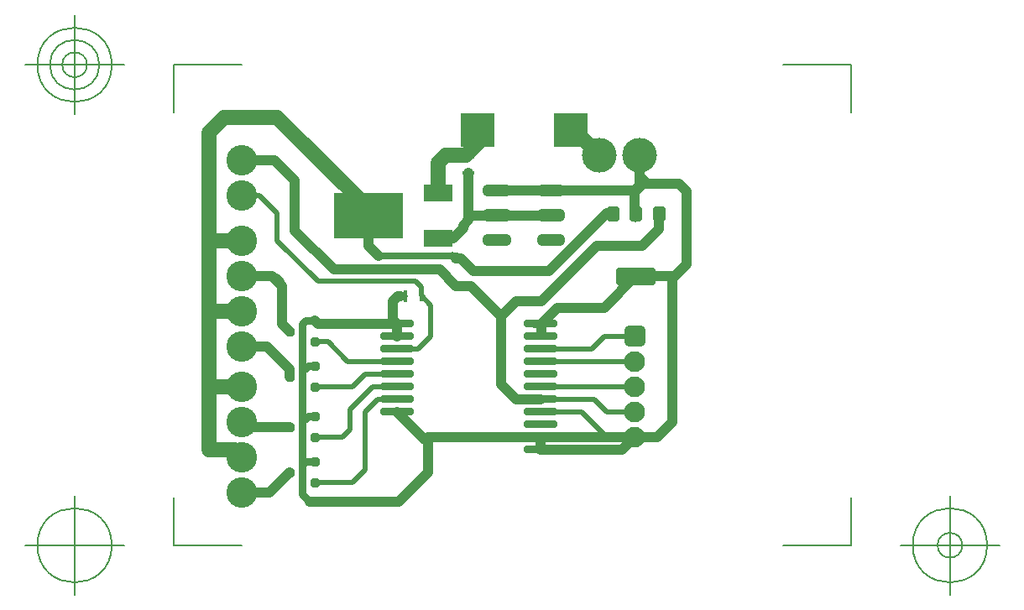
<source format=gbr>
G04 Generated by Ultiboard 12.0 *
%FSLAX25Y25*%
%MOIN*%

%ADD10C,0.00001*%
%ADD11C,0.02000*%
%ADD12C,0.01000*%
%ADD13C,0.06000*%
%ADD14C,0.03000*%
%ADD15C,0.04000*%
%ADD16C,0.02500*%
%ADD17C,0.00500*%
%ADD18R,0.01249X0.01332*%
%ADD19C,0.02334*%
%ADD20R,0.11200X0.01200*%
%ADD21C,0.02000*%
%ADD22C,0.08268X0.01969*%
%ADD23R,0.04351X0.04351X0.01969*%
%ADD24C,0.03917*%
%ADD25R,0.02666X0.03666*%
%ADD26R,0.13332X0.04749*%
%ADD27R,0.13504X0.13504*%
%ADD28R,0.01575X0.04921*%
%ADD29R,0.07087X0.00787*%
%ADD30C,0.03937*%
%ADD31R,0.27559X0.18000*%
%ADD32R,0.11295X0.06693*%
%ADD33R,0.04921X0.01575*%
%ADD34C,0.12143X0.01969*%
%ADD35C,0.13743X0.01969*%


G04 ColorRGB 00FF00 for the following layer *
%LNCopper Top*%
%LPD*%
G54D10*
G54D11*
X-24167Y-26167D02*
X-39000Y-26167D01*
X-19000Y-21000D02*
X-24167Y-26167D01*
X-19000Y2000D02*
X-19000Y-21000D01*
X-28167Y-8167D02*
X-39000Y-8167D01*
X-25000Y3000D02*
X-25000Y-5000D01*
X-28167Y-8167D01*
X-24167Y11833D02*
X-39000Y11833D01*
X-16000Y12000D02*
X-25000Y3000D01*
X-19000Y17000D02*
X-24167Y11833D01*
X-6500Y7000D02*
X-14000Y7000D01*
X-19000Y2000D01*
X77000Y2000D02*
X72000Y7000D01*
X88000Y2000D02*
X77000Y2000D01*
X-6500Y12000D02*
X-16000Y12000D01*
X-6500Y17000D02*
X-19000Y17000D01*
X88000Y12000D02*
X50500Y12000D01*
X88000Y22000D02*
X50500Y22000D01*
X71000Y27000D02*
X50500Y27000D01*
X76000Y32000D02*
X71000Y27000D01*
X50500Y32000D02*
X50500Y37000D01*
X88000Y32000D02*
X76000Y32000D01*
X83771Y55771D02*
X103771Y55771D01*
X109000Y89000D02*
X109000Y61000D01*
X88271Y88271D02*
X93000Y93000D01*
X105000Y93000D01*
X-52000Y54000D02*
X-54000Y56000D01*
X-49000Y20000D02*
X-57000Y28000D01*
X-39000Y29833D02*
X-33833Y29833D01*
X-26000Y22000D01*
X-6500Y22000D01*
X2000Y27000D02*
X-6500Y27000D01*
X50500Y37000D02*
X56500Y43000D01*
X75500Y43000D01*
X40000Y46000D02*
X35000Y41000D01*
X7000Y32000D02*
X2000Y27000D01*
X90000Y97000D02*
X94000Y93000D01*
X21146Y104000D02*
X21995Y103152D01*
X10622Y70157D02*
X9780Y71000D01*
X77771Y80771D02*
X55000Y58000D01*
X35000Y41000D02*
X24000Y52000D01*
X-54000Y70000D02*
X-54000Y81000D01*
X-61000Y88000D01*
X-68000Y88000D01*
X-47000Y95000D02*
X-54000Y102000D01*
X-37800Y53800D02*
X750Y53800D01*
X-37800Y53800D02*
X-54000Y70000D01*
X7000Y32000D02*
X7000Y44157D01*
X3152Y48005D01*
X3152Y51398D01*
X750Y53800D01*
X88271Y78271D02*
X88271Y88271D01*
X20000Y77000D02*
X23000Y80000D01*
X22005Y80995D02*
X23000Y80000D01*
X25594Y106751D02*
X21995Y103152D01*
X50500Y2000D02*
X67000Y2000D01*
X77000Y-8000D01*
X-17780Y82780D02*
X-17780Y83780D01*
X25594Y108594D02*
X25594Y106751D01*
X21000Y104000D02*
X21146Y104000D01*
X-41150Y-33750D02*
X-41000Y-33750D01*
X6000Y-9000D02*
X6000Y-8000D01*
X3500Y-8000D02*
X6000Y-8000D01*
X75500Y43000D02*
X75750Y43250D01*
X-3152Y47995D02*
X-5000Y47995D01*
X-52000Y52000D02*
X-52000Y54000D01*
X-54000Y56000D02*
X-56000Y56000D01*
X-49000Y19000D02*
X-49000Y20000D01*
X-57000Y28000D02*
X-58000Y28000D01*
X41000Y46000D02*
X40000Y46000D01*
X24000Y52000D02*
X23000Y52000D01*
X-47000Y94000D02*
X-47000Y95000D01*
X-54000Y102000D02*
X-55000Y102000D01*
X20000Y76000D02*
X20000Y77000D01*
X23000Y80000D02*
X24000Y80000D01*
X105000Y93000D02*
X105500Y92500D01*
X108500Y89500D02*
X109000Y89000D01*
X109000Y61000D02*
X108500Y60500D01*
X104000Y56000D02*
X103771Y55771D01*
X103000Y55000D02*
X103000Y55771D01*
X50500Y7000D02*
X72000Y7000D01*
X35000Y41000D02*
X35000Y40000D01*
X-41450Y-33450D02*
X-41150Y-33750D01*
X-43000Y19000D02*
X-44000Y18000D01*
X-43000Y-1000D02*
X-44000Y-2000D01*
X-43500Y-18500D02*
X-44000Y-19000D01*
X55000Y58000D02*
X54000Y58000D01*
X15550Y64450D02*
X17000Y63000D01*
X-17780Y67780D02*
X-17500Y67500D01*
G54D12*
X-49000Y17000D02*
X-50000Y18000D01*
X44000Y8000D02*
X45000Y7000D01*
G54D13*
X-17780Y80000D02*
X-17780Y82780D01*
X-54000Y119000D01*
X-75000Y119000D01*
X-81000Y113000D01*
X-81000Y-13000D02*
X-81000Y113000D01*
X-81000Y-13000D02*
X-71000Y-13000D01*
X-68000Y-16000D01*
X-68000Y12000D02*
X-79000Y12000D01*
X-81000Y14000D01*
X-68000Y42000D02*
X-80000Y42000D01*
X-81000Y41000D01*
X-68000Y70000D02*
X-81000Y70000D01*
X74000Y104000D02*
X64000Y114000D01*
X62406Y114000D01*
X25594Y114000D02*
X25594Y108594D01*
X21000Y104000D01*
X21000Y104000D02*
X13000Y104000D01*
X9780Y100780D01*
X9780Y89000D01*
G54D14*
X88271Y55771D02*
X83771Y55771D01*
X50500Y37000D02*
X48000Y37000D01*
X-41450Y-33450D02*
X-44000Y-30900D01*
X-44000Y37000D02*
X-42833Y38167D01*
X-39000Y38167D01*
X-39000Y20167D02*
X-41833Y20167D01*
X-41833Y20167D02*
X-43000Y19000D01*
X-39000Y167D02*
X-41833Y167D01*
X-41833Y167D02*
X-43000Y-1000D01*
X-39000Y-17833D02*
X-42833Y-17833D01*
X-42833Y-17833D02*
X-43500Y-18500D01*
X-44000Y-30900D02*
X-44000Y37000D01*
G54D15*
X-41000Y-33750D02*
X-5750Y-33750D01*
X6000Y-22000D01*
X6000Y-22000D02*
X6000Y-9000D01*
X4500Y-9000D01*
X-6500Y2000D01*
X50500Y-8000D02*
X50500Y-13000D01*
X83000Y-13000D01*
X88000Y-8000D01*
X88271Y55771D02*
X75750Y43250D01*
X57250Y43250D01*
X51000Y37000D01*
X51000Y32500D01*
X-6500Y32000D02*
X-6500Y37000D01*
X-5000Y47995D02*
X-6005Y47995D01*
X-8000Y46000D01*
X-8000Y38500D01*
X-6500Y37000D01*
X-37833Y37000D01*
X-39000Y38167D01*
X-49000Y34000D02*
X-52000Y37000D01*
X-52000Y37000D02*
X-52000Y52000D01*
X-56000Y56000D01*
X-56000Y56000D02*
X-68000Y56000D01*
X-49000Y16000D02*
X-49000Y19000D01*
X-58000Y28000D01*
X-58000Y28000D02*
X-68000Y28000D01*
X-49000Y-4000D02*
X-66000Y-4000D01*
X-68000Y-2000D01*
X-49000Y-22000D02*
X-57000Y-30000D01*
X-68000Y-30000D01*
X97437Y80771D02*
X97437Y74437D01*
X91000Y68000D01*
X73000Y68000D02*
X91000Y68000D01*
X73000Y68000D02*
X51000Y46000D01*
X51000Y46000D02*
X41000Y46000D01*
X35000Y40000D01*
X23000Y52000D01*
X23000Y52000D02*
X17000Y52000D01*
X10450Y58550D01*
X-31550Y58550D02*
X10450Y58550D01*
X-31550Y58550D02*
X-47000Y74000D01*
X-47000Y74000D02*
X-47000Y94000D01*
X-55000Y102000D01*
X-55000Y102000D02*
X-68000Y102000D01*
X22005Y96848D02*
X22005Y78005D01*
X20000Y76000D01*
X20000Y76000D02*
X20000Y75000D01*
X16000Y71000D01*
X9780Y71000D01*
X24000Y80000D02*
X54827Y80000D01*
X33173Y89843D02*
X86699Y89843D01*
X87771Y88771D01*
X87771Y81271D01*
X90000Y104000D02*
X90000Y92000D01*
X87271Y89271D01*
X92500Y92500D02*
X105500Y92500D01*
X105500Y92500D02*
X108500Y89500D01*
X108500Y60500D02*
X108500Y89500D01*
X108500Y60500D02*
X104000Y56000D01*
X88500Y56000D01*
X103000Y55000D02*
X103000Y-2000D01*
X97000Y-8000D01*
X6000Y-8000D02*
X97000Y-8000D01*
X50500Y7000D02*
X41000Y7000D01*
X35000Y13000D01*
X35000Y13000D02*
X35000Y40000D01*
X79104Y80771D02*
X76771Y80771D01*
X54000Y58000D01*
X54000Y58000D02*
X24000Y58000D01*
X19000Y63000D01*
X-17780Y80000D02*
X-17780Y67780D01*
X19000Y63000D02*
X17000Y63000D01*
X-17500Y67500D02*
X-13850Y63850D01*
G54D16*
X-13850Y63850D02*
X17150Y63850D01*
X17150Y63850D02*
X18000Y63000D01*
G54D17*
X-95124Y-51124D02*
X-95124Y-32035D01*
X-95124Y-51124D02*
X-68235Y-51124D01*
X173762Y-51124D02*
X146873Y-51124D01*
X173762Y-51124D02*
X173762Y-32035D01*
X173762Y139762D02*
X173762Y120673D01*
X173762Y139762D02*
X146873Y139762D01*
X-95124Y139762D02*
X-68235Y139762D01*
X-95124Y139762D02*
X-95124Y120673D01*
X-114809Y-51124D02*
X-154179Y-51124D01*
X-134494Y-70809D02*
X-134494Y-31439D01*
X-149258Y-51124D02*
G75*
D01*
G02X-149258Y-51124I14764J0*
G01*
X193447Y-51124D02*
X232817Y-51124D01*
X213132Y-70809D02*
X213132Y-31439D01*
X198368Y-51124D02*
G75*
D01*
G02X198368Y-51124I14764J0*
G01*
X208211Y-51124D02*
G75*
D01*
G02X208211Y-51124I4921J0*
G01*
X-114809Y139762D02*
X-154179Y139762D01*
X-134494Y120077D02*
X-134494Y159447D01*
X-149258Y139762D02*
G75*
D01*
G02X-149258Y139762I14764J0*
G01*
X-144337Y139762D02*
G75*
D01*
G02X-144337Y139762I9843J0*
G01*
X-139415Y139762D02*
G75*
D01*
G02X-139415Y139762I4921J0*
G01*
G54D18*
X-39000Y-26167D03*
X-39000Y-17833D03*
X-49000Y-22000D03*
X-39000Y-8167D03*
X-39000Y167D03*
X-49000Y-4000D03*
X-39000Y11833D03*
X-39000Y20167D03*
X-49000Y16000D03*
X-39000Y29833D03*
X-39000Y38167D03*
X-49000Y34000D03*
G54D19*
X-39624Y-26833D02*
X-38376Y-26833D01*
X-38376Y-25501D01*
X-39624Y-25501D01*
X-39624Y-26833D01*D02*
X-39624Y-18499D02*
X-38376Y-18499D01*
X-38376Y-17167D01*
X-39624Y-17167D01*
X-39624Y-18499D01*D02*
X-49624Y-22666D02*
X-48376Y-22666D01*
X-48376Y-21334D01*
X-49624Y-21334D01*
X-49624Y-22666D01*D02*
X-39624Y-8833D02*
X-38376Y-8833D01*
X-38376Y-7501D01*
X-39624Y-7501D01*
X-39624Y-8833D01*D02*
X-39624Y-499D02*
X-38376Y-499D01*
X-38376Y833D01*
X-39624Y833D01*
X-39624Y-499D01*D02*
X-49624Y-4666D02*
X-48376Y-4666D01*
X-48376Y-3334D01*
X-49624Y-3334D01*
X-49624Y-4666D01*D02*
X-39624Y11167D02*
X-38376Y11167D01*
X-38376Y12499D01*
X-39624Y12499D01*
X-39624Y11167D01*D02*
X-39624Y19501D02*
X-38376Y19501D01*
X-38376Y20833D01*
X-39624Y20833D01*
X-39624Y19501D01*D02*
X-49624Y15334D02*
X-48376Y15334D01*
X-48376Y16666D01*
X-49624Y16666D01*
X-49624Y15334D01*D02*
X77771Y78938D02*
X80437Y78938D01*
X80437Y82604D01*
X77771Y82604D01*
X77771Y78938D01*D02*
X96104Y78938D02*
X98770Y78938D01*
X98770Y82604D01*
X96104Y82604D01*
X96104Y78938D01*D02*
X86938Y78938D02*
X89604Y78938D01*
X89604Y82604D01*
X86938Y82604D01*
X86938Y78938D01*D02*
X81605Y53397D02*
X94937Y53397D01*
X94937Y58145D01*
X81605Y58145D01*
X81605Y53397D01*D02*
X-39624Y29167D02*
X-38376Y29167D01*
X-38376Y30499D01*
X-39624Y30499D01*
X-39624Y29167D01*D02*
X-39624Y37501D02*
X-38376Y37501D01*
X-38376Y38833D01*
X-39624Y38833D01*
X-39624Y37501D01*D02*
X-49624Y33334D02*
X-48376Y33334D01*
X-48376Y34666D01*
X-49624Y34666D01*
X-49624Y33334D01*D02*
G54D20*
X50500Y-13000D03*
X50500Y-3000D03*
X50500Y-8000D03*
X-6500Y2000D03*
X-6500Y7000D03*
X50500Y2000D03*
X50500Y7000D03*
X-6500Y12000D03*
X50500Y12000D03*
X-6500Y17000D03*
X-6500Y22000D03*
X50500Y17000D03*
X50500Y22000D03*
X-6500Y27000D03*
X50500Y27000D03*
X-6500Y37000D03*
X-6500Y32000D03*
X50500Y37000D03*
X50500Y32000D03*
G54D21*
X44900Y-13600D02*
X56100Y-13600D01*
X56100Y-12400D01*
X44900Y-12400D01*
X44900Y-13600D01*D02*
X44900Y-3600D02*
X56100Y-3600D01*
X56100Y-2400D01*
X44900Y-2400D01*
X44900Y-3600D01*D02*
X44900Y-8600D02*
X56100Y-8600D01*
X56100Y-7400D01*
X44900Y-7400D01*
X44900Y-8600D01*D02*
X-12100Y1400D02*
X-900Y1400D01*
X-900Y2600D01*
X-12100Y2600D01*
X-12100Y1400D01*D02*
X-12100Y6400D02*
X-900Y6400D01*
X-900Y7600D01*
X-12100Y7600D01*
X-12100Y6400D01*D02*
X44900Y1400D02*
X56100Y1400D01*
X56100Y2600D01*
X44900Y2600D01*
X44900Y1400D01*D02*
X44900Y6400D02*
X56100Y6400D01*
X56100Y7600D01*
X44900Y7600D01*
X44900Y6400D01*D02*
X-12100Y11400D02*
X-900Y11400D01*
X-900Y12600D01*
X-12100Y12600D01*
X-12100Y11400D01*D02*
X44900Y11400D02*
X56100Y11400D01*
X56100Y12600D01*
X44900Y12600D01*
X44900Y11400D01*D02*
X-12100Y16400D02*
X-900Y16400D01*
X-900Y17600D01*
X-12100Y17600D01*
X-12100Y16400D01*D02*
X-12100Y21400D02*
X-900Y21400D01*
X-900Y22600D01*
X-12100Y22600D01*
X-12100Y21400D01*D02*
X44900Y16400D02*
X56100Y16400D01*
X56100Y17600D01*
X44900Y17600D01*
X44900Y16400D01*D02*
X44900Y21400D02*
X56100Y21400D01*
X56100Y22600D01*
X44900Y22600D01*
X44900Y21400D01*D02*
X-12100Y26400D02*
X-900Y26400D01*
X-900Y27600D01*
X-12100Y27600D01*
X-12100Y26400D01*D02*
X44900Y26400D02*
X56100Y26400D01*
X56100Y27600D01*
X44900Y27600D01*
X44900Y26400D01*D02*
X-12100Y36400D02*
X-900Y36400D01*
X-900Y37600D01*
X-12100Y37600D01*
X-12100Y36400D01*D02*
X-12100Y31400D02*
X-900Y31400D01*
X-900Y32600D01*
X-12100Y32600D01*
X-12100Y31400D01*D02*
X44900Y36400D02*
X56100Y36400D01*
X56100Y37600D01*
X44900Y37600D01*
X44900Y36400D01*D02*
X44900Y31400D02*
X56100Y31400D01*
X56100Y32600D01*
X44900Y32600D01*
X44900Y31400D01*D02*
G54D22*
X88000Y-8000D03*
X88000Y2000D03*
X88000Y12000D03*
X88000Y22000D03*
G54D23*
X88000Y32000D03*
G54D24*
X85825Y29825D02*
X90175Y29825D01*
X90175Y34175D01*
X85825Y34175D01*
X85825Y29825D01*D02*
G54D25*
X79104Y80771D03*
X97437Y80771D03*
X88271Y80771D03*
G54D26*
X88271Y55771D03*
G54D27*
X25594Y114000D03*
X62406Y114000D03*
G54D28*
X3152Y48005D03*
X-3152Y47995D03*
G54D29*
X33173Y70157D03*
X54827Y70157D03*
X33173Y80000D03*
X54827Y80000D03*
X33173Y89843D03*
X54827Y89843D03*
G54D30*
X29630Y69764D02*
X36716Y69764D01*
X36716Y70550D01*
X29630Y70550D01*
X29630Y69764D01*D02*
X51284Y69764D02*
X58370Y69764D01*
X58370Y70550D01*
X51284Y70550D01*
X51284Y69764D01*D02*
X29630Y79607D02*
X36716Y79607D01*
X36716Y80393D01*
X29630Y80393D01*
X29630Y79607D01*D02*
X51284Y79607D02*
X58370Y79607D01*
X58370Y80393D01*
X51284Y80393D01*
X51284Y79607D01*D02*
X29630Y89450D02*
X36716Y89450D01*
X36716Y90236D01*
X29630Y90236D01*
X29630Y89450D01*D02*
X51284Y89450D02*
X58370Y89450D01*
X58370Y90236D01*
X51284Y90236D01*
X51284Y89450D01*D02*
G54D31*
X-17780Y80000D03*
G54D32*
X9780Y71000D03*
X9780Y89000D03*
G54D33*
X22005Y96848D03*
X21995Y103152D03*
G54D34*
X-68000Y-30000D03*
X-68000Y-16000D03*
X-68000Y-2000D03*
X-68000Y12000D03*
X-68000Y28000D03*
X-68000Y42000D03*
X-68000Y56000D03*
X-68000Y70000D03*
X-68000Y88000D03*
X-68000Y102000D03*
G54D35*
X74000Y104000D03*
X90000Y104000D03*

M00*

</source>
